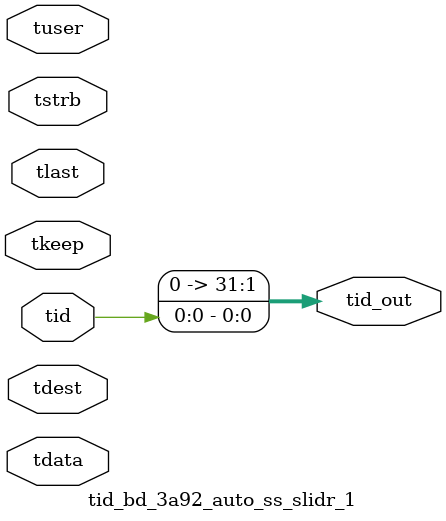
<source format=v>


`timescale 1ps/1ps

module tid_bd_3a92_auto_ss_slidr_1 #
(
parameter C_S_AXIS_TID_WIDTH   = 1,
parameter C_S_AXIS_TUSER_WIDTH = 0,
parameter C_S_AXIS_TDATA_WIDTH = 0,
parameter C_S_AXIS_TDEST_WIDTH = 0,
parameter C_M_AXIS_TID_WIDTH   = 32
)
(
input  [(C_S_AXIS_TID_WIDTH   == 0 ? 1 : C_S_AXIS_TID_WIDTH)-1:0       ] tid,
input  [(C_S_AXIS_TDATA_WIDTH == 0 ? 1 : C_S_AXIS_TDATA_WIDTH)-1:0     ] tdata,
input  [(C_S_AXIS_TUSER_WIDTH == 0 ? 1 : C_S_AXIS_TUSER_WIDTH)-1:0     ] tuser,
input  [(C_S_AXIS_TDEST_WIDTH == 0 ? 1 : C_S_AXIS_TDEST_WIDTH)-1:0     ] tdest,
input  [(C_S_AXIS_TDATA_WIDTH/8)-1:0 ] tkeep,
input  [(C_S_AXIS_TDATA_WIDTH/8)-1:0 ] tstrb,
input                                                                    tlast,
output [(C_M_AXIS_TID_WIDTH   == 0 ? 1 : C_M_AXIS_TID_WIDTH)-1:0       ] tid_out
);

assign tid_out = {tid[0:0]};

endmodule


</source>
